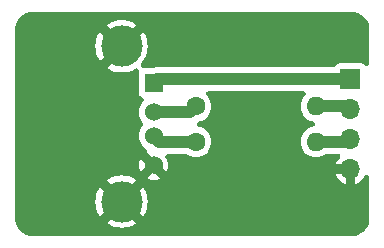
<source format=gbr>
%TF.GenerationSoftware,KiCad,Pcbnew,8.0.3*%
%TF.CreationDate,2024-06-12T20:35:37-04:00*%
%TF.ProjectId,usbA_breadboard,75736241-5f62-4726-9561-64626f617264,rev?*%
%TF.SameCoordinates,PX6cb8080PY3a2c940*%
%TF.FileFunction,Copper,L2,Bot*%
%TF.FilePolarity,Positive*%
%FSLAX46Y46*%
G04 Gerber Fmt 4.6, Leading zero omitted, Abs format (unit mm)*
G04 Created by KiCad (PCBNEW 8.0.3) date 2024-06-12 20:35:37*
%MOMM*%
%LPD*%
G01*
G04 APERTURE LIST*
%TA.AperFunction,ComponentPad*%
%ADD10C,1.600000*%
%TD*%
%TA.AperFunction,ComponentPad*%
%ADD11O,1.600000X1.600000*%
%TD*%
%TA.AperFunction,ComponentPad*%
%ADD12R,1.700000X1.700000*%
%TD*%
%TA.AperFunction,ComponentPad*%
%ADD13O,1.700000X1.700000*%
%TD*%
%TA.AperFunction,ComponentPad*%
%ADD14R,1.524000X1.524000*%
%TD*%
%TA.AperFunction,ComponentPad*%
%ADD15C,1.524000*%
%TD*%
%TA.AperFunction,ComponentPad*%
%ADD16C,3.500000*%
%TD*%
%TA.AperFunction,Conductor*%
%ADD17C,1.000000*%
%TD*%
G04 APERTURE END LIST*
D10*
%TO.P,R2,1*%
%TO.N,Net-(J1-D-)*%
X16820000Y-9500000D03*
D11*
%TO.P,R2,2*%
%TO.N,Net-(J2-Pin_2)*%
X26980000Y-9500000D03*
%TD*%
D10*
%TO.P,R1,1*%
%TO.N,Net-(J1-D+)*%
X16820000Y-12500000D03*
D11*
%TO.P,R1,2*%
%TO.N,Net-(J2-Pin_3)*%
X26980000Y-12500000D03*
%TD*%
D12*
%TO.P,J2,1,Pin_1*%
%TO.N,+5V*%
X29900000Y-7200000D03*
D13*
%TO.P,J2,2,Pin_2*%
%TO.N,Net-(J2-Pin_2)*%
X29900000Y-9740000D03*
%TO.P,J2,3,Pin_3*%
%TO.N,Net-(J2-Pin_3)*%
X29900000Y-12280000D03*
%TO.P,J2,4,Pin_4*%
%TO.N,GND*%
X29900000Y-14820000D03*
%TD*%
D14*
%TO.P,J1,1,VBUS*%
%TO.N,+5V*%
X13227500Y-7500000D03*
D15*
%TO.P,J1,2,D-*%
%TO.N,Net-(J1-D-)*%
X13227500Y-10000000D03*
%TO.P,J1,3,D+*%
%TO.N,Net-(J1-D+)*%
X13227500Y-12000000D03*
%TO.P,J1,4,GND*%
%TO.N,GND*%
X13227500Y-14500000D03*
D16*
%TO.P,J1,5,Shield*%
X10517500Y-4430000D03*
X10517500Y-17570000D03*
%TD*%
D17*
%TO.N,Net-(J1-D+)*%
X16820000Y-12500000D02*
X13727500Y-12500000D01*
X13727500Y-12500000D02*
X13227500Y-12000000D01*
%TO.N,Net-(J2-Pin_3)*%
X26980000Y-12500000D02*
X29680000Y-12500000D01*
X29680000Y-12500000D02*
X29900000Y-12280000D01*
%TO.N,Net-(J2-Pin_2)*%
X26980000Y-9500000D02*
X29660000Y-9500000D01*
X29660000Y-9500000D02*
X29900000Y-9740000D01*
%TO.N,Net-(J1-D-)*%
X13227500Y-10000000D02*
X16320000Y-10000000D01*
X16320000Y-10000000D02*
X16820000Y-9500000D01*
%TO.N,+5V*%
X29900000Y-7200000D02*
X13527500Y-7200000D01*
X13527500Y-7200000D02*
X13227500Y-7500000D01*
%TD*%
%TA.AperFunction,Conductor*%
%TO.N,GND*%
G36*
X30008081Y-1501078D02*
G01*
X30197213Y-1514605D01*
X30229257Y-1519212D01*
X30406613Y-1557793D01*
X30437659Y-1566909D01*
X30607710Y-1630336D01*
X30637158Y-1643784D01*
X30796441Y-1730759D01*
X30823686Y-1748268D01*
X30968970Y-1857027D01*
X30993446Y-1878236D01*
X31121763Y-2006553D01*
X31142972Y-2031029D01*
X31251731Y-2176313D01*
X31269242Y-2203561D01*
X31356212Y-2362835D01*
X31369666Y-2392295D01*
X31433086Y-2562329D01*
X31442208Y-2593396D01*
X31480785Y-2770730D01*
X31485394Y-2802786D01*
X31498922Y-2991917D01*
X31499500Y-3008112D01*
X31499500Y-5836381D01*
X31479875Y-5928710D01*
X31424393Y-6005075D01*
X31342647Y-6052271D01*
X31248772Y-6062137D01*
X31159000Y-6032969D01*
X31111987Y-5996894D01*
X31107547Y-5992454D01*
X30992335Y-5906206D01*
X30992328Y-5906202D01*
X30857486Y-5855910D01*
X30857485Y-5855909D01*
X30857483Y-5855909D01*
X30857481Y-5855908D01*
X30857478Y-5855908D01*
X30797873Y-5849500D01*
X29002133Y-5849500D01*
X28942515Y-5855909D01*
X28807670Y-5906203D01*
X28807664Y-5906206D01*
X28692453Y-5992453D01*
X28605554Y-6108537D01*
X28534512Y-6170689D01*
X28444333Y-6198572D01*
X28423832Y-6199500D01*
X13428958Y-6199500D01*
X13380635Y-6209112D01*
X13332312Y-6218724D01*
X13259847Y-6233138D01*
X13215562Y-6237500D01*
X12417626Y-6237500D01*
X12417625Y-6237501D01*
X12387802Y-6240706D01*
X12293904Y-6231059D01*
X12212048Y-6184054D01*
X12156388Y-6107819D01*
X12136548Y-6015536D01*
X12155957Y-5923161D01*
X12192880Y-5865333D01*
X12271396Y-5775802D01*
X12432045Y-5535375D01*
X12432049Y-5535369D01*
X12559947Y-5276018D01*
X12559951Y-5276009D01*
X12652901Y-5002187D01*
X12652903Y-5002179D01*
X12709319Y-4718563D01*
X12709320Y-4718555D01*
X12728233Y-4430000D01*
X12728233Y-4429999D01*
X12709320Y-4141444D01*
X12709319Y-4141436D01*
X12652903Y-3857820D01*
X12652901Y-3857812D01*
X12559951Y-3583990D01*
X12559947Y-3583981D01*
X12432049Y-3324631D01*
X12334518Y-3178666D01*
X11563461Y-3949722D01*
X11501068Y-3827269D01*
X11394671Y-3680825D01*
X11266675Y-3552829D01*
X11120231Y-3446432D01*
X10997776Y-3384037D01*
X11768832Y-2612980D01*
X11622867Y-2515449D01*
X11363518Y-2387552D01*
X11363509Y-2387548D01*
X11089687Y-2294598D01*
X11089679Y-2294596D01*
X10806063Y-2238180D01*
X10806055Y-2238179D01*
X10517500Y-2219267D01*
X10228944Y-2238179D01*
X10228936Y-2238180D01*
X9945320Y-2294596D01*
X9945312Y-2294598D01*
X9671490Y-2387548D01*
X9671482Y-2387552D01*
X9412131Y-2515450D01*
X9412128Y-2515452D01*
X9266166Y-2612980D01*
X10037223Y-3384037D01*
X9914769Y-3446432D01*
X9768325Y-3552829D01*
X9640329Y-3680825D01*
X9533932Y-3827269D01*
X9471537Y-3949723D01*
X8700480Y-3178666D01*
X8602952Y-3324628D01*
X8602950Y-3324631D01*
X8475052Y-3583982D01*
X8475048Y-3583990D01*
X8382098Y-3857812D01*
X8382096Y-3857820D01*
X8325680Y-4141436D01*
X8325679Y-4141444D01*
X8306767Y-4429999D01*
X8306767Y-4430000D01*
X8325679Y-4718555D01*
X8325680Y-4718563D01*
X8382096Y-5002179D01*
X8382098Y-5002187D01*
X8475048Y-5276009D01*
X8475052Y-5276018D01*
X8602949Y-5535367D01*
X8700480Y-5681332D01*
X9471537Y-4910275D01*
X9533932Y-5032731D01*
X9640329Y-5179175D01*
X9768325Y-5307171D01*
X9914769Y-5413568D01*
X10037222Y-5475961D01*
X9266165Y-6247019D01*
X9412127Y-6344547D01*
X9412130Y-6344549D01*
X9671481Y-6472447D01*
X9671490Y-6472451D01*
X9945312Y-6565401D01*
X9945320Y-6565403D01*
X10228936Y-6621819D01*
X10228944Y-6621820D01*
X10517500Y-6640733D01*
X10806055Y-6621820D01*
X10806063Y-6621819D01*
X11089679Y-6565403D01*
X11089687Y-6565401D01*
X11363509Y-6472451D01*
X11363518Y-6472447D01*
X11622869Y-6344549D01*
X11622870Y-6344548D01*
X11644727Y-6329944D01*
X11732398Y-6294965D01*
X11826718Y-6298670D01*
X11911376Y-6340417D01*
X11971735Y-6412989D01*
X11997358Y-6503836D01*
X11983815Y-6597251D01*
X11983532Y-6598012D01*
X11971411Y-6630510D01*
X11971408Y-6630521D01*
X11965000Y-6690126D01*
X11965000Y-8309866D01*
X11971409Y-8369484D01*
X12021703Y-8504329D01*
X12021706Y-8504335D01*
X12107953Y-8619546D01*
X12223164Y-8705793D01*
X12223166Y-8705793D01*
X12223169Y-8705796D01*
X12265923Y-8721742D01*
X12345572Y-8772395D01*
X12397734Y-8851065D01*
X12413388Y-8944150D01*
X12389827Y-9035554D01*
X12347110Y-9094942D01*
X12256678Y-9185374D01*
X12129966Y-9366338D01*
X12036607Y-9566548D01*
X12036603Y-9566559D01*
X11979431Y-9779927D01*
X11979429Y-9779934D01*
X11960177Y-9999997D01*
X11960177Y-10000002D01*
X11979429Y-10220065D01*
X11979431Y-10220072D01*
X12032420Y-10417830D01*
X12036606Y-10433450D01*
X12129966Y-10633662D01*
X12256674Y-10814620D01*
X12256680Y-10814626D01*
X12281540Y-10839486D01*
X12332950Y-10918649D01*
X12347716Y-11011879D01*
X12323285Y-11103055D01*
X12281543Y-11160510D01*
X12256676Y-11185376D01*
X12129966Y-11366338D01*
X12036607Y-11566548D01*
X12036603Y-11566559D01*
X11979431Y-11779927D01*
X11979429Y-11779934D01*
X11960177Y-11999997D01*
X11960177Y-12000002D01*
X11979429Y-12220065D01*
X11979430Y-12220068D01*
X12036606Y-12433450D01*
X12129966Y-12633662D01*
X12256674Y-12814620D01*
X12412880Y-12970826D01*
X12593838Y-13097534D01*
X12593844Y-13097537D01*
X12598571Y-13100266D01*
X12601473Y-13102879D01*
X12601957Y-13103218D01*
X12601915Y-13103277D01*
X12668719Y-13163426D01*
X12707112Y-13249657D01*
X12708624Y-13336274D01*
X12696757Y-13403573D01*
X13227500Y-13934315D01*
X13349702Y-14056517D01*
X13288060Y-14040000D01*
X13166940Y-14040000D01*
X13049947Y-14071349D01*
X12945054Y-14131909D01*
X12859409Y-14217554D01*
X12798849Y-14322447D01*
X12767500Y-14439440D01*
X12767500Y-14560560D01*
X12798849Y-14677553D01*
X12859409Y-14782446D01*
X12945054Y-14868091D01*
X13049947Y-14928651D01*
X13166940Y-14960000D01*
X13288060Y-14960000D01*
X13405053Y-14928651D01*
X13509946Y-14868091D01*
X13595591Y-14782446D01*
X13656151Y-14677553D01*
X13687500Y-14560560D01*
X13687500Y-14439440D01*
X13670982Y-14377797D01*
X14323925Y-15030740D01*
X14376419Y-14918166D01*
X14376419Y-14918165D01*
X14431577Y-14712312D01*
X14431577Y-14712311D01*
X14450153Y-14500001D01*
X14450153Y-14499998D01*
X14431577Y-14287688D01*
X14431577Y-14287687D01*
X14376419Y-14081832D01*
X14376416Y-14081825D01*
X14286348Y-13888674D01*
X14286345Y-13888668D01*
X14264662Y-13857702D01*
X14227780Y-13770814D01*
X14229427Y-13676437D01*
X14269318Y-13590889D01*
X14340557Y-13528962D01*
X14430824Y-13501364D01*
X14450609Y-13500500D01*
X15909936Y-13500500D01*
X16002265Y-13520125D01*
X16040138Y-13541553D01*
X16167258Y-13630563D01*
X16167261Y-13630564D01*
X16167266Y-13630568D01*
X16373504Y-13726739D01*
X16593308Y-13785635D01*
X16800166Y-13803732D01*
X16819999Y-13805468D01*
X16820000Y-13805468D01*
X16820001Y-13805468D01*
X16838238Y-13803872D01*
X17046692Y-13785635D01*
X17266496Y-13726739D01*
X17472734Y-13630568D01*
X17659139Y-13500047D01*
X17820047Y-13339139D01*
X17950568Y-13152734D01*
X18046739Y-12946496D01*
X18105635Y-12726692D01*
X18125468Y-12500000D01*
X18105635Y-12273308D01*
X18046739Y-12053504D01*
X17950568Y-11847266D01*
X17820047Y-11660861D01*
X17820044Y-11660858D01*
X17820042Y-11660855D01*
X17659144Y-11499957D01*
X17659140Y-11499954D01*
X17659139Y-11499953D01*
X17480565Y-11374915D01*
X17472736Y-11369433D01*
X17466099Y-11366338D01*
X17266496Y-11273261D01*
X17266491Y-11273259D01*
X17266490Y-11273259D01*
X17064979Y-11219265D01*
X16980875Y-11176413D01*
X16921472Y-11103056D01*
X16897041Y-11011881D01*
X16911807Y-10918651D01*
X16963216Y-10839487D01*
X17042380Y-10788077D01*
X17064979Y-10780735D01*
X17073339Y-10778495D01*
X17266496Y-10726739D01*
X17472734Y-10630568D01*
X17659139Y-10500047D01*
X17820047Y-10339139D01*
X17950568Y-10152734D01*
X18046739Y-9946496D01*
X18105635Y-9726692D01*
X18125468Y-9500000D01*
X18105635Y-9273308D01*
X18046739Y-9053504D01*
X17950568Y-8847266D01*
X17820047Y-8660861D01*
X17820044Y-8660858D01*
X17820042Y-8660855D01*
X17747200Y-8588013D01*
X17695790Y-8508850D01*
X17681024Y-8415620D01*
X17705455Y-8324444D01*
X17764857Y-8251088D01*
X17848961Y-8208235D01*
X17907713Y-8200500D01*
X25892287Y-8200500D01*
X25984616Y-8220125D01*
X26060981Y-8275607D01*
X26108177Y-8357353D01*
X26118043Y-8451228D01*
X26088875Y-8541000D01*
X26052800Y-8588013D01*
X25979957Y-8660855D01*
X25849433Y-8847263D01*
X25813467Y-8924393D01*
X25761632Y-9035554D01*
X25753259Y-9053509D01*
X25753259Y-9053510D01*
X25694365Y-9273306D01*
X25694365Y-9273307D01*
X25674532Y-9499998D01*
X25674532Y-9500001D01*
X25694365Y-9726692D01*
X25694365Y-9726693D01*
X25708631Y-9779934D01*
X25753261Y-9946496D01*
X25849432Y-10152734D01*
X25849433Y-10152736D01*
X25896577Y-10220065D01*
X25956776Y-10306039D01*
X25979957Y-10339144D01*
X26140855Y-10500042D01*
X26140858Y-10500044D01*
X26140861Y-10500047D01*
X26327266Y-10630568D01*
X26533504Y-10726739D01*
X26533508Y-10726740D01*
X26735021Y-10780735D01*
X26819124Y-10823588D01*
X26878527Y-10896944D01*
X26902958Y-10988119D01*
X26888192Y-11081349D01*
X26836783Y-11160513D01*
X26757619Y-11211923D01*
X26735021Y-11219265D01*
X26533508Y-11273259D01*
X26327263Y-11369433D01*
X26140855Y-11499957D01*
X25979957Y-11660855D01*
X25849433Y-11847263D01*
X25849432Y-11847266D01*
X25778211Y-12000000D01*
X25753259Y-12053509D01*
X25753259Y-12053510D01*
X25694365Y-12273306D01*
X25694365Y-12273307D01*
X25680355Y-12433447D01*
X25674532Y-12500000D01*
X25694365Y-12726692D01*
X25753261Y-12946496D01*
X25798892Y-13044351D01*
X25849433Y-13152736D01*
X25907540Y-13235722D01*
X25965500Y-13318498D01*
X25979957Y-13339144D01*
X26140855Y-13500042D01*
X26140858Y-13500044D01*
X26140861Y-13500047D01*
X26327266Y-13630568D01*
X26533504Y-13726739D01*
X26753308Y-13785635D01*
X26960166Y-13803732D01*
X26979999Y-13805468D01*
X26980000Y-13805468D01*
X26980001Y-13805468D01*
X26998238Y-13803872D01*
X27206692Y-13785635D01*
X27426496Y-13726739D01*
X27632734Y-13630568D01*
X27759862Y-13541553D01*
X27846750Y-13504671D01*
X27890064Y-13500500D01*
X28824511Y-13500500D01*
X28916840Y-13520125D01*
X28993205Y-13575607D01*
X29040401Y-13657353D01*
X29050267Y-13751228D01*
X29021099Y-13841000D01*
X28985024Y-13888013D01*
X28895723Y-13977313D01*
X28895720Y-13977316D01*
X28764652Y-14164502D01*
X28764650Y-14164506D01*
X28668072Y-14371617D01*
X28668070Y-14371622D01*
X28655107Y-14420000D01*
X29592894Y-14420000D01*
X29499901Y-14512993D01*
X29434075Y-14627007D01*
X29400000Y-14754174D01*
X29400000Y-14885826D01*
X29434075Y-15012993D01*
X29499901Y-15127007D01*
X29592993Y-15220099D01*
X29707007Y-15285925D01*
X29834174Y-15320000D01*
X29965826Y-15320000D01*
X30092993Y-15285925D01*
X30207007Y-15220099D01*
X30300000Y-15127106D01*
X30300000Y-16064890D01*
X30300001Y-16064890D01*
X30348381Y-16051928D01*
X30555496Y-15955348D01*
X30555498Y-15955347D01*
X30742689Y-15824273D01*
X30904273Y-15662689D01*
X31035347Y-15475498D01*
X31035351Y-15475492D01*
X31066768Y-15408118D01*
X31123574Y-15332733D01*
X31206131Y-15286971D01*
X31300164Y-15278744D01*
X31389413Y-15309475D01*
X31458447Y-15373850D01*
X31495329Y-15460738D01*
X31499500Y-15504052D01*
X31499500Y-18991887D01*
X31498922Y-19008082D01*
X31485394Y-19197213D01*
X31480785Y-19229269D01*
X31442209Y-19406599D01*
X31433086Y-19437670D01*
X31369666Y-19607704D01*
X31356212Y-19637164D01*
X31269242Y-19796438D01*
X31251731Y-19823686D01*
X31142972Y-19968970D01*
X31121763Y-19993446D01*
X30993446Y-20121763D01*
X30968970Y-20142972D01*
X30823686Y-20251731D01*
X30796438Y-20269242D01*
X30637164Y-20356212D01*
X30607704Y-20369666D01*
X30437670Y-20433086D01*
X30406599Y-20442209D01*
X30268277Y-20472299D01*
X30229269Y-20480785D01*
X30197213Y-20485394D01*
X30018238Y-20498195D01*
X30008080Y-20498922D01*
X29991887Y-20499500D01*
X3008113Y-20499500D01*
X2991919Y-20498922D01*
X2980833Y-20498129D01*
X2802786Y-20485394D01*
X2770730Y-20480785D01*
X2593396Y-20442208D01*
X2562329Y-20433086D01*
X2392295Y-20369666D01*
X2362835Y-20356212D01*
X2203561Y-20269242D01*
X2176313Y-20251731D01*
X2031029Y-20142972D01*
X2006553Y-20121763D01*
X1878236Y-19993446D01*
X1857027Y-19968970D01*
X1748268Y-19823686D01*
X1730757Y-19796438D01*
X1643784Y-19637158D01*
X1630336Y-19607710D01*
X1566909Y-19437659D01*
X1557793Y-19406613D01*
X1519212Y-19229257D01*
X1514605Y-19197212D01*
X1501078Y-19008081D01*
X1500500Y-18991887D01*
X1500500Y-17569999D01*
X8306767Y-17569999D01*
X8306767Y-17570000D01*
X8325679Y-17858555D01*
X8325680Y-17858563D01*
X8382096Y-18142179D01*
X8382098Y-18142187D01*
X8475048Y-18416009D01*
X8475052Y-18416018D01*
X8602949Y-18675367D01*
X8700480Y-18821332D01*
X9471537Y-18050275D01*
X9533932Y-18172731D01*
X9640329Y-18319175D01*
X9768325Y-18447171D01*
X9914769Y-18553568D01*
X10037222Y-18615961D01*
X9266165Y-19387019D01*
X9412127Y-19484547D01*
X9412130Y-19484549D01*
X9671481Y-19612447D01*
X9671490Y-19612451D01*
X9945312Y-19705401D01*
X9945320Y-19705403D01*
X10228936Y-19761819D01*
X10228944Y-19761820D01*
X10517500Y-19780733D01*
X10806055Y-19761820D01*
X10806063Y-19761819D01*
X11089679Y-19705403D01*
X11089687Y-19705401D01*
X11363509Y-19612451D01*
X11363518Y-19612447D01*
X11622869Y-19484549D01*
X11622875Y-19484545D01*
X11768833Y-19387019D01*
X11768833Y-19387018D01*
X10997777Y-18615961D01*
X11120231Y-18553568D01*
X11266675Y-18447171D01*
X11394671Y-18319175D01*
X11501068Y-18172731D01*
X11563461Y-18050276D01*
X12334518Y-18821333D01*
X12334519Y-18821333D01*
X12432045Y-18675375D01*
X12432049Y-18675369D01*
X12559947Y-18416018D01*
X12559951Y-18416009D01*
X12652901Y-18142187D01*
X12652903Y-18142179D01*
X12709319Y-17858563D01*
X12709320Y-17858555D01*
X12728233Y-17570000D01*
X12728233Y-17569999D01*
X12709320Y-17281444D01*
X12709319Y-17281436D01*
X12652903Y-16997820D01*
X12652901Y-16997812D01*
X12559951Y-16723990D01*
X12559947Y-16723981D01*
X12432049Y-16464631D01*
X12334518Y-16318666D01*
X11563461Y-17089722D01*
X11501068Y-16967269D01*
X11394671Y-16820825D01*
X11266675Y-16692829D01*
X11120231Y-16586432D01*
X10997776Y-16524037D01*
X11768832Y-15752980D01*
X11622867Y-15655449D01*
X11503178Y-15596425D01*
X12696758Y-15596425D01*
X12809325Y-15648916D01*
X12809332Y-15648919D01*
X13015188Y-15704077D01*
X13227499Y-15722653D01*
X13227501Y-15722653D01*
X13439811Y-15704077D01*
X13439812Y-15704077D01*
X13645665Y-15648919D01*
X13645666Y-15648919D01*
X13758240Y-15596425D01*
X13381816Y-15220000D01*
X28655108Y-15220000D01*
X28668070Y-15268377D01*
X28668074Y-15268386D01*
X28764648Y-15475492D01*
X28764652Y-15475498D01*
X28895726Y-15662689D01*
X29057310Y-15824273D01*
X29244501Y-15955347D01*
X29244503Y-15955348D01*
X29451618Y-16051928D01*
X29499998Y-16064890D01*
X29500000Y-16064890D01*
X29500000Y-15220000D01*
X28655108Y-15220000D01*
X13381816Y-15220000D01*
X13227501Y-15065685D01*
X13227500Y-15065685D01*
X12696758Y-15596425D01*
X11503178Y-15596425D01*
X11363518Y-15527552D01*
X11363509Y-15527548D01*
X11089687Y-15434598D01*
X11089679Y-15434596D01*
X10806063Y-15378180D01*
X10806055Y-15378179D01*
X10517500Y-15359267D01*
X10228944Y-15378179D01*
X10228936Y-15378180D01*
X9945320Y-15434596D01*
X9945312Y-15434598D01*
X9671490Y-15527548D01*
X9671482Y-15527552D01*
X9412131Y-15655450D01*
X9412128Y-15655452D01*
X9266166Y-15752980D01*
X10037223Y-16524037D01*
X9914769Y-16586432D01*
X9768325Y-16692829D01*
X9640329Y-16820825D01*
X9533932Y-16967269D01*
X9471537Y-17089723D01*
X8700480Y-16318666D01*
X8602952Y-16464628D01*
X8602950Y-16464631D01*
X8475052Y-16723982D01*
X8475048Y-16723990D01*
X8382098Y-16997812D01*
X8382096Y-16997820D01*
X8325680Y-17281436D01*
X8325679Y-17281444D01*
X8306767Y-17569999D01*
X1500500Y-17569999D01*
X1500500Y-14499998D01*
X12004847Y-14499998D01*
X12004847Y-14500001D01*
X12023422Y-14712311D01*
X12023422Y-14712312D01*
X12078582Y-14918173D01*
X12131072Y-15030741D01*
X12131073Y-15030741D01*
X12661815Y-14500000D01*
X12661815Y-14499999D01*
X12131073Y-13969257D01*
X12078581Y-14081830D01*
X12078580Y-14081831D01*
X12023422Y-14287687D01*
X12023422Y-14287688D01*
X12004847Y-14499998D01*
X1500500Y-14499998D01*
X1500500Y-3008112D01*
X1501078Y-2991918D01*
X1514605Y-2802787D01*
X1519211Y-2770744D01*
X1557794Y-2593383D01*
X1566908Y-2562343D01*
X1630338Y-2392283D01*
X1643781Y-2362846D01*
X1730762Y-2203552D01*
X1748263Y-2176319D01*
X1857030Y-2031024D01*
X1878229Y-2006560D01*
X2006560Y-1878229D01*
X2031024Y-1857030D01*
X2176319Y-1748263D01*
X2203552Y-1730762D01*
X2362846Y-1643781D01*
X2392283Y-1630338D01*
X2562343Y-1566908D01*
X2593383Y-1557794D01*
X2770744Y-1519211D01*
X2802784Y-1514605D01*
X2991919Y-1501078D01*
X3008113Y-1500500D01*
X3065892Y-1500500D01*
X29934108Y-1500500D01*
X29991887Y-1500500D01*
X30008081Y-1501078D01*
G37*
%TD.AperFunction*%
%TD*%
M02*

</source>
